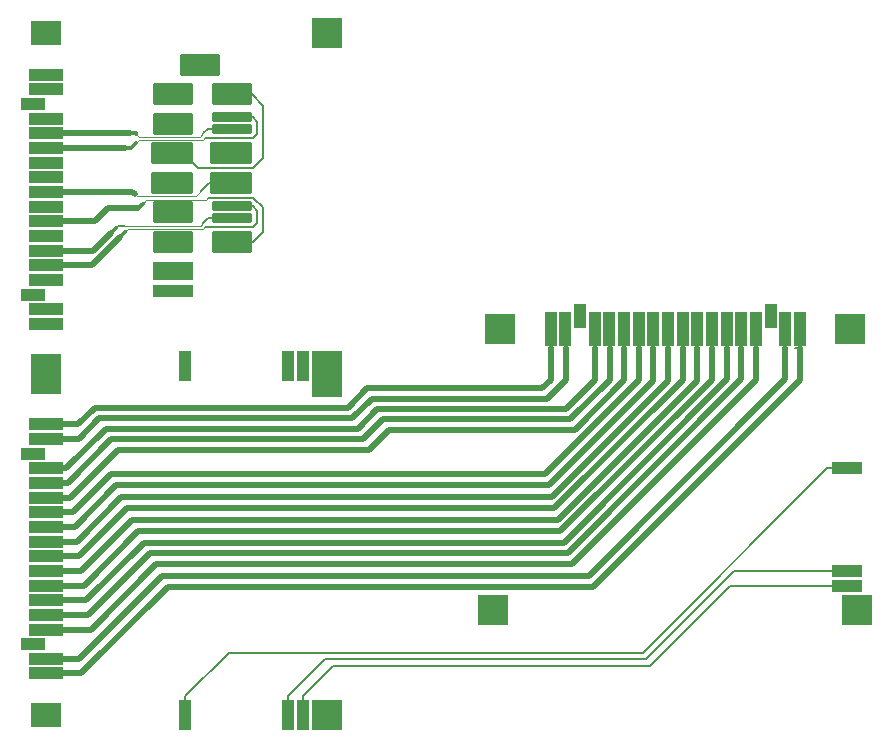
<source format=gbl>
%TF.GenerationSoftware,KiCad,Pcbnew,9.0.3*%
%TF.CreationDate,2026-01-26T00:41:47+02:00*%
%TF.ProjectId,SDCards,53444361-7264-4732-9e6b-696361645f70,rev?*%
%TF.SameCoordinates,Original*%
%TF.FileFunction,Copper,L2,Bot*%
%TF.FilePolarity,Positive*%
%FSLAX46Y46*%
G04 Gerber Fmt 4.6, Leading zero omitted, Abs format (unit mm)*
G04 Created by KiCad (PCBNEW 9.0.3) date 2026-01-26 00:41:47*
%MOMM*%
%LPD*%
G01*
G04 APERTURE LIST*
G04 Aperture macros list*
%AMRoundRect*
0 Rectangle with rounded corners*
0 $1 Rounding radius*
0 $2 $3 $4 $5 $6 $7 $8 $9 X,Y pos of 4 corners*
0 Add a 4 corners polygon primitive as box body*
4,1,4,$2,$3,$4,$5,$6,$7,$8,$9,$2,$3,0*
0 Add four circle primitives for the rounded corners*
1,1,$1+$1,$2,$3*
1,1,$1+$1,$4,$5*
1,1,$1+$1,$6,$7*
1,1,$1+$1,$8,$9*
0 Add four rect primitives between the rounded corners*
20,1,$1+$1,$2,$3,$4,$5,0*
20,1,$1+$1,$4,$5,$6,$7,0*
20,1,$1+$1,$6,$7,$8,$9,0*
20,1,$1+$1,$8,$9,$2,$3,0*%
G04 Aperture macros list end*
%TA.AperFunction,ComponentPad*%
%ADD10R,3.000000X1.000000*%
%TD*%
%TA.AperFunction,ComponentPad*%
%ADD11R,1.000000X2.500000*%
%TD*%
%TA.AperFunction,ComponentPad*%
%ADD12R,2.500000X2.000000*%
%TD*%
%TA.AperFunction,ComponentPad*%
%ADD13R,2.500000X2.500000*%
%TD*%
%TA.AperFunction,ComponentPad*%
%ADD14R,2.000000X1.000000*%
%TD*%
%TA.AperFunction,ComponentPad*%
%ADD15RoundRect,0.128571X1.571429X-0.771429X1.571429X0.771429X-1.571429X0.771429X-1.571429X-0.771429X0*%
%TD*%
%TA.AperFunction,ComponentPad*%
%ADD16RoundRect,0.128571X1.671429X-0.771429X1.671429X0.771429X-1.671429X0.771429X-1.671429X-0.771429X0*%
%TD*%
%TA.AperFunction,ComponentPad*%
%ADD17RoundRect,0.114286X1.585714X-0.685714X1.585714X0.685714X-1.585714X0.685714X-1.585714X-0.685714X0*%
%TD*%
%TA.AperFunction,ComponentPad*%
%ADD18RoundRect,0.071429X1.628571X-0.428571X1.628571X0.428571X-1.628571X0.428571X-1.628571X-0.428571X0*%
%TD*%
%TA.AperFunction,ComponentPad*%
%ADD19RoundRect,0.057143X1.642857X-0.342857X1.642857X0.342857X-1.642857X0.342857X-1.642857X-0.342857X0*%
%TD*%
%TA.AperFunction,SMDPad,CuDef*%
%ADD20R,1.000000X3.000000*%
%TD*%
%TA.AperFunction,SMDPad,CuDef*%
%ADD21R,2.500000X1.000000*%
%TD*%
%TA.AperFunction,SMDPad,CuDef*%
%ADD22R,2.500000X2.500000*%
%TD*%
%TA.AperFunction,SMDPad,CuDef*%
%ADD23R,1.000000X2.000000*%
%TD*%
%TA.AperFunction,Conductor*%
%ADD24C,0.500000*%
%TD*%
%TA.AperFunction,Conductor*%
%ADD25C,0.100000*%
%TD*%
%TA.AperFunction,Conductor*%
%ADD26C,0.200000*%
%TD*%
%TA.AperFunction,Conductor*%
%ADD27C,0.300000*%
%TD*%
G04 APERTURE END LIST*
D10*
%TO.P,J3,1,CD/DAT3*%
%TO.N,Net-(J3-CD{slash}DAT3)*%
X71880000Y-102423529D03*
%TO.P,J3,2,CMD*%
%TO.N,Net-(J3-CMD)*%
X71880000Y-106147059D03*
%TO.P,J3,3,VSS1*%
%TO.N,Net-(J3-VSS1)*%
X71880000Y-107388235D03*
%TO.P,J3,4,VDD*%
%TO.N,Net-(J3-VDD)*%
X71880000Y-109870588D03*
%TO.P,J3,5,CLK*%
%TO.N,Net-(J3-CLK)*%
X71880000Y-112352941D03*
%TO.P,J3,6,VSS2*%
%TO.N,Net-(J3-VSS2)*%
X71880000Y-116076471D03*
%TO.P,J3,7,DAT0*%
%TO.N,Net-(J3-DAT0)*%
X71880000Y-118558824D03*
%TO.P,J3,8,DAT1*%
%TO.N,Net-(J3-DAT1)*%
X71880000Y-119800000D03*
%TO.P,J3,9,DAT2*%
%TO.N,Net-(J3-DAT2)*%
X71880000Y-99941176D03*
%TO.P,J3,11,D0+*%
%TO.N,Net-(J3-D0+)*%
X71880000Y-104905882D03*
%TO.P,J3,12,D0-*%
%TO.N,Net-(J3-D0-)*%
X71880000Y-103664706D03*
%TO.P,J3,13,VSS4*%
%TO.N,Net-(J3-VSS4)*%
X71880000Y-98700000D03*
%TO.P,J3,14,VDD2*%
%TO.N,Net-(J3-VDD2)*%
X71880000Y-108629412D03*
%TO.P,J3,15,D1-*%
%TO.N,Net-(J3-D1-)*%
X71880000Y-114835294D03*
%TO.P,J3,16,D1+*%
%TO.N,Net-(J3-D1+)*%
X71880000Y-113594118D03*
%TO.P,J3,17,Name*%
%TO.N,Net-(J3-Name)*%
X71880000Y-111111765D03*
D11*
%TO.P,J3,CD,CARD_DETECT*%
%TO.N,Net-(J3-CARD_DETECT)*%
X83680000Y-123350000D03*
%TO.P,J3,COM,COMMON*%
%TO.N,Net-(J3-COMMON)*%
X93630000Y-123350000D03*
D12*
%TO.P,J3,SH,SHIELD*%
%TO.N,Net-(J1-SHIELD)*%
X71880000Y-123350000D03*
D13*
X95680000Y-123350000D03*
D14*
X70780000Y-117317647D03*
X70780000Y-101182353D03*
D12*
X71880000Y-95150000D03*
D13*
X95680000Y-95150000D03*
D11*
%TO.P,J3,WP,WRITE_PROTECT*%
%TO.N,Net-(J3-WRITE_PROTECT)*%
X92400000Y-123350000D03*
%TD*%
D15*
%TO.P,J2,1,CD/DAT3*%
%TO.N,Net-(J1-CD{slash}DAT3)*%
X82645000Y-70767473D03*
%TO.P,J2,2,CMD*%
%TO.N,Net-(J1-CMD)*%
X82645000Y-73267473D03*
D16*
%TO.P,J2,3,VSS1*%
%TO.N,Net-(J1-VSS1)*%
X82545000Y-75767473D03*
%TO.P,J2,4,VDD*%
%TO.N,Net-(J1-VDD)*%
X82545000Y-78267473D03*
D15*
%TO.P,J2,5,CLK*%
%TO.N,Net-(J1-CLK)*%
X82645000Y-80767473D03*
%TO.P,J2,6,VSS2*%
%TO.N,Net-(J1-VSS2)*%
X82645000Y-83267473D03*
D17*
%TO.P,J2,7,DAT0*%
%TO.N,Net-(J1-DAT0)*%
X82645000Y-85692473D03*
D18*
%TO.P,J2,8,DAT1*%
%TO.N,Net-(J1-DAT1)*%
X82645000Y-87392473D03*
D15*
%TO.P,J2,9,DAT2*%
%TO.N,Net-(J1-DAT2)*%
X84945000Y-68267473D03*
%TO.P,J2,10,VSS3*%
%TO.N,Net-(J1-VSS1)*%
X87615000Y-70762473D03*
D19*
%TO.P,J2,11,D0+*%
%TO.N,Net-(J1-D0+)*%
X87585000Y-72722473D03*
%TO.P,J2,12,D0-*%
%TO.N,Net-(J1-D0-)*%
X87595000Y-73692473D03*
D16*
%TO.P,J2,13,VSS4*%
%TO.N,Net-(J1-VSS4)*%
X87515000Y-75762473D03*
%TO.P,J2,14,VDD2*%
%TO.N,Net-(J1-VDD2)*%
X87515000Y-78262473D03*
D19*
%TO.P,J2,15,D1-*%
%TO.N,Net-(J1-D1-)*%
X87605000Y-80252473D03*
%TO.P,J2,16,D1+*%
%TO.N,Net-(J1-D1+)*%
X87615000Y-81222473D03*
D15*
%TO.P,J2,17,Name*%
%TO.N,Net-(J1-Name)*%
X87615000Y-83262473D03*
%TD*%
D10*
%TO.P,J1,1,CD/DAT3*%
%TO.N,Net-(J1-CD{slash}DAT3)*%
X71880000Y-72823529D03*
%TO.P,J1,2,CMD*%
%TO.N,Net-(J1-CMD)*%
X71880000Y-76547059D03*
%TO.P,J1,3,VSS1*%
%TO.N,Net-(J1-VSS1)*%
X71880000Y-77788235D03*
%TO.P,J1,4,VDD*%
%TO.N,Net-(J1-VDD)*%
X71880000Y-80270588D03*
%TO.P,J1,5,CLK*%
%TO.N,Net-(J1-CLK)*%
X71880000Y-82752941D03*
%TO.P,J1,6,VSS2*%
%TO.N,Net-(J1-VSS2)*%
X71880000Y-86476471D03*
%TO.P,J1,7,DAT0*%
%TO.N,Net-(J1-DAT0)*%
X71880000Y-88958824D03*
%TO.P,J1,8,DAT1*%
%TO.N,Net-(J1-DAT1)*%
X71880000Y-90200000D03*
%TO.P,J1,9,DAT2*%
%TO.N,Net-(J1-DAT2)*%
X71880000Y-70341176D03*
%TO.P,J1,11,D0+*%
%TO.N,Net-(J1-D0+)*%
X71880000Y-75305882D03*
%TO.P,J1,12,D0-*%
%TO.N,Net-(J1-D0-)*%
X71880000Y-74064706D03*
%TO.P,J1,13,VSS4*%
%TO.N,Net-(J1-VSS4)*%
X71880000Y-69100000D03*
%TO.P,J1,14,VDD2*%
%TO.N,Net-(J1-VDD2)*%
X71880000Y-79029412D03*
%TO.P,J1,15,D1-*%
%TO.N,Net-(J1-D1-)*%
X71880000Y-85235294D03*
%TO.P,J1,16,D1+*%
%TO.N,Net-(J1-D1+)*%
X71880000Y-83994118D03*
%TO.P,J1,17,Name*%
%TO.N,Net-(J1-Name)*%
X71880000Y-81511765D03*
D11*
%TO.P,J1,CD,CARD_DETECT*%
%TO.N,Net-(J1-CARD_DETECT)*%
X83680000Y-93750000D03*
%TO.P,J1,COM,COMMON*%
X93630000Y-93750000D03*
D12*
%TO.P,J1,SH,SHIELD*%
%TO.N,Net-(J1-SHIELD)*%
X71880000Y-93750000D03*
D13*
X95680000Y-93750000D03*
D14*
X70780000Y-87717647D03*
X70780000Y-71582353D03*
D12*
X71880000Y-65550000D03*
D13*
X95680000Y-65550000D03*
D11*
%TO.P,J1,WP,WRITE_PROTECT*%
%TO.N,Net-(J1-CARD_DETECT)*%
X92400000Y-93750000D03*
%TD*%
D20*
%TO.P,J4,1,CD/DAT3*%
%TO.N,Net-(J3-CD{slash}DAT3)*%
X118323529Y-90620000D03*
%TO.P,J4,2,CMD*%
%TO.N,Net-(J3-CMD)*%
X122047059Y-90620000D03*
%TO.P,J4,3,VSS1*%
%TO.N,Net-(J3-VSS1)*%
X123288235Y-90620000D03*
%TO.P,J4,4,VDD*%
%TO.N,Net-(J3-VDD)*%
X125770588Y-90620000D03*
%TO.P,J4,5,CLK*%
%TO.N,Net-(J3-CLK)*%
X128252941Y-90620000D03*
%TO.P,J4,6,VSS2*%
%TO.N,Net-(J3-VSS2)*%
X131976471Y-90620000D03*
%TO.P,J4,7,DAT0*%
%TO.N,Net-(J3-DAT0)*%
X134458824Y-90620000D03*
%TO.P,J4,8,DAT1*%
%TO.N,Net-(J3-DAT1)*%
X135700000Y-90620000D03*
%TO.P,J4,9,DAT2*%
%TO.N,Net-(J3-DAT2)*%
X115841176Y-90620000D03*
%TO.P,J4,11,D0+*%
%TO.N,Net-(J3-D0+)*%
X120805882Y-90620000D03*
%TO.P,J4,12,D0-*%
%TO.N,Net-(J3-D0-)*%
X119564706Y-90620000D03*
%TO.P,J4,13,VSS4*%
%TO.N,Net-(J3-VSS4)*%
X114600000Y-90620000D03*
%TO.P,J4,14,VDD2*%
%TO.N,Net-(J3-VDD2)*%
X124529412Y-90620000D03*
%TO.P,J4,15,D1-*%
%TO.N,Net-(J3-D1-)*%
X130735294Y-90620000D03*
%TO.P,J4,16,D1+*%
%TO.N,Net-(J3-D1+)*%
X129494118Y-90620000D03*
%TO.P,J4,17,Name*%
%TO.N,Net-(J3-Name)*%
X127011765Y-90620000D03*
D21*
%TO.P,J4,CD,CARD_DETECT*%
%TO.N,Net-(J3-CARD_DETECT)*%
X139650000Y-102420000D03*
%TO.P,J4,COM,COMMON*%
%TO.N,Net-(J3-COMMON)*%
X139650000Y-112370000D03*
D22*
%TO.P,J4,SH,SHIELD*%
%TO.N,Net-(J1-SHIELD)*%
X140550000Y-114420000D03*
X139950000Y-90620000D03*
D23*
X133217647Y-89520000D03*
X117082353Y-89520000D03*
D22*
X110350000Y-90620000D03*
X109750000Y-114420000D03*
D21*
%TO.P,J4,WP,WRITE_PROTECT*%
%TO.N,Net-(J3-WRITE_PROTECT)*%
X139650000Y-111140000D03*
%TD*%
D24*
%TO.N,Net-(J1-VDD2)*%
X79189412Y-79029412D02*
X71880000Y-79029412D01*
D25*
X84560000Y-79390000D02*
X85000000Y-78950000D01*
D26*
X85000000Y-78950000D02*
X85687527Y-78262473D01*
D24*
X79370000Y-79210000D02*
X79189412Y-79029412D01*
D25*
X79390000Y-79210000D02*
X79570000Y-79390000D01*
X79570000Y-79390000D02*
X84560000Y-79390000D01*
D26*
X85687527Y-78262473D02*
X87515000Y-78262473D01*
D24*
%TO.N,Net-(J3-DAT2)*%
X76370000Y-98190000D02*
X97820000Y-98190000D01*
X114250000Y-96540000D02*
X115861176Y-94928824D01*
X97820000Y-98190000D02*
X99470000Y-96540000D01*
X74650000Y-99910000D02*
X76370000Y-98190000D01*
X71880000Y-99941176D02*
X71911176Y-99910000D01*
X115861176Y-94928824D02*
X115861176Y-92250000D01*
X71911176Y-99910000D02*
X74650000Y-99910000D01*
X99470000Y-96540000D02*
X114250000Y-96540000D01*
D25*
%TO.N,Net-(J1-D0-)*%
X84920000Y-74340000D02*
X85190000Y-74070000D01*
D27*
X79495000Y-74115000D02*
X79460000Y-74080000D01*
D24*
X71880000Y-74064706D02*
X78955294Y-74064706D01*
D25*
X79495000Y-74115000D02*
X79720000Y-74340000D01*
X79720000Y-74340000D02*
X84920000Y-74340000D01*
D27*
X79460000Y-74080000D02*
X79180000Y-74080000D01*
D26*
X85567527Y-73692473D02*
X87595000Y-73692473D01*
D24*
X78955294Y-74064706D02*
X78960000Y-74060000D01*
D26*
X85190000Y-74070000D02*
X85567527Y-73692473D01*
D24*
%TO.N,Net-(J3-DAT1)*%
X74850000Y-119800000D02*
X82180000Y-112470000D01*
X71880000Y-119800000D02*
X74850000Y-119800000D01*
X118210000Y-112470000D02*
X135720000Y-94960000D01*
X135720000Y-94960000D02*
X135720000Y-92250000D01*
D26*
X135720000Y-92250000D02*
X135279824Y-92250000D01*
D24*
X82180000Y-112470000D02*
X118210000Y-112470000D01*
%TO.N,Net-(J3-CLK)*%
X71880000Y-112352941D02*
X75077059Y-112352941D01*
X128272941Y-94927059D02*
X128272941Y-92250000D01*
X79660000Y-107770000D02*
X115430000Y-107770000D01*
X115430000Y-107770000D02*
X128272941Y-94927059D01*
X75077059Y-112352941D02*
X79660000Y-107770000D01*
%TO.N,Net-(J3-VDD)*%
X125790588Y-94929412D02*
X125790588Y-92250000D01*
X71880000Y-109870588D02*
X74649412Y-109870588D01*
X114910000Y-105810000D02*
X125790588Y-94929412D01*
X78710000Y-105810000D02*
X114910000Y-105810000D01*
X74649412Y-109870588D02*
X78710000Y-105810000D01*
%TO.N,Net-(J3-CD{slash}DAT3)*%
X71880000Y-102423529D02*
X73576471Y-102423529D01*
X73576471Y-102423529D02*
X76920000Y-99080000D01*
X98250000Y-99080000D02*
X99920000Y-97410000D01*
X118343529Y-94936471D02*
X118343529Y-92250000D01*
X76920000Y-99080000D02*
X98250000Y-99080000D01*
X99920000Y-97410000D02*
X115870000Y-97410000D01*
X115870000Y-97410000D02*
X118343529Y-94936471D01*
%TO.N,Net-(J3-DAT0)*%
X117830000Y-111530000D02*
X81670000Y-111530000D01*
X134478824Y-92250000D02*
X134478824Y-94881176D01*
X81670000Y-111530000D02*
X74641176Y-118558824D01*
X134478824Y-94881176D02*
X117830000Y-111530000D01*
X74641176Y-118558824D02*
X71880000Y-118558824D01*
%TO.N,Net-(J3-CMD)*%
X122067059Y-94972941D02*
X122067059Y-92250000D01*
X77390000Y-102900000D02*
X114140000Y-102900000D01*
X71880000Y-106147059D02*
X71897059Y-106130000D01*
X114140000Y-102900000D02*
X122067059Y-94972941D01*
X71897059Y-106130000D02*
X74160000Y-106130000D01*
X74160000Y-106130000D02*
X77390000Y-102900000D01*
%TO.N,Net-(J1-Name)*%
X75988235Y-81511765D02*
X71880000Y-81511765D01*
D25*
X85570000Y-79500000D02*
X85380000Y-79690000D01*
D24*
X79678235Y-80391765D02*
X77108235Y-80391765D01*
D25*
X80380000Y-79690000D02*
X80045500Y-80024500D01*
D24*
X77108235Y-80391765D02*
X75988235Y-81511765D01*
D26*
X90240000Y-80310000D02*
X89430000Y-79500000D01*
X89430000Y-79500000D02*
X85570000Y-79500000D01*
D27*
X80045500Y-80024500D02*
X79678235Y-80391765D01*
D26*
X87615000Y-83262473D02*
X89437527Y-83262473D01*
D25*
X85380000Y-79690000D02*
X80380000Y-79690000D01*
D26*
X89437527Y-83262473D02*
X90240000Y-82460000D01*
X90240000Y-82460000D02*
X90240000Y-80310000D01*
%TO.N,Net-(J1-VSS1)*%
X84710000Y-77020000D02*
X89410000Y-77020000D01*
X89315000Y-70762473D02*
X87615000Y-70762473D01*
X82545000Y-75767473D02*
X83457473Y-75767473D01*
X83457473Y-75767473D02*
X84710000Y-77020000D01*
X89410000Y-77020000D02*
X90270000Y-76160000D01*
X90270000Y-71717473D02*
X89315000Y-70762473D01*
X90270000Y-76160000D02*
X90270000Y-71717473D01*
%TO.N,Net-(J1-D0+)*%
X85304671Y-74470000D02*
X89400000Y-74470000D01*
X89770000Y-73080000D02*
X89412473Y-72722473D01*
D24*
X78550000Y-75300000D02*
X77580000Y-75300000D01*
D25*
X85133671Y-74641000D02*
X85304671Y-74470000D01*
D26*
X89770000Y-74100000D02*
X89770000Y-73080000D01*
D27*
X79480000Y-74880000D02*
X79060000Y-75300000D01*
D26*
X89412473Y-72722473D02*
X87585000Y-72722473D01*
D27*
X77580000Y-75300000D02*
X77574118Y-75305882D01*
D25*
X79719000Y-74641000D02*
X85133671Y-74641000D01*
D26*
X89400000Y-74470000D02*
X89770000Y-74100000D01*
D27*
X79060000Y-75300000D02*
X78620000Y-75300000D01*
D25*
X79480000Y-74880000D02*
X79719000Y-74641000D01*
D24*
X77574118Y-75305882D02*
X71880000Y-75305882D01*
D27*
%TO.N,Net-(J1-D1+)*%
X77770000Y-82100000D02*
X77395000Y-82475000D01*
D26*
X78520000Y-81870000D02*
X78000000Y-81870000D01*
D24*
X75875882Y-83994118D02*
X71880000Y-83994118D01*
D25*
X84960000Y-81870000D02*
X85110000Y-81720000D01*
D26*
X85130000Y-81700000D02*
X85607527Y-81222473D01*
D25*
X78000000Y-81870000D02*
X84960000Y-81870000D01*
D24*
X77395000Y-82475000D02*
X75875882Y-83994118D01*
D26*
X78000000Y-81870000D02*
X77770000Y-82100000D01*
X85607527Y-81222473D02*
X87615000Y-81222473D01*
D24*
%TO.N,Net-(J1-D1-)*%
X78166100Y-82843900D02*
X75774706Y-85235294D01*
D26*
X89770000Y-80650000D02*
X89372473Y-80252473D01*
D25*
X78839000Y-82171000D02*
X85159000Y-82171000D01*
D26*
X85350000Y-81980000D02*
X89420000Y-81980000D01*
D25*
X78730000Y-82280000D02*
X78839000Y-82171000D01*
D26*
X89372473Y-80252473D02*
X87605000Y-80252473D01*
X89420000Y-81980000D02*
X89770000Y-81630000D01*
D24*
X75774706Y-85235294D02*
X71880000Y-85235294D01*
D25*
X85159000Y-82171000D02*
X85350000Y-81980000D01*
D26*
X71880000Y-85235294D02*
X71884706Y-85240000D01*
X89770000Y-81630000D02*
X89770000Y-80650000D01*
D27*
X78166100Y-82843900D02*
X78580000Y-82430000D01*
D26*
X78580000Y-82430000D02*
X78730000Y-82280000D01*
D24*
%TO.N,Net-(J3-VSS2)*%
X81200000Y-110550000D02*
X116390000Y-110550000D01*
X75673529Y-116076471D02*
X81200000Y-110550000D01*
X71880000Y-116076471D02*
X75673529Y-116076471D01*
X131996471Y-94943529D02*
X131996471Y-92250000D01*
X116390000Y-110550000D02*
X131996471Y-94943529D01*
%TO.N,Net-(J3-VSS4)*%
X74610000Y-98700000D02*
X71880000Y-98700000D01*
X114620000Y-94910000D02*
X113910000Y-95620000D01*
X97410000Y-97290000D02*
X76020000Y-97290000D01*
X76020000Y-97290000D02*
X74610000Y-98700000D01*
X114620000Y-92250000D02*
X114620000Y-94910000D01*
X113910000Y-95620000D02*
X99080000Y-95620000D01*
X99080000Y-95620000D02*
X97410000Y-97290000D01*
%TO.N,Net-(J3-Name)*%
X127031765Y-94998235D02*
X127031765Y-92250000D01*
X79190000Y-106790000D02*
X115240000Y-106790000D01*
X74868235Y-111111765D02*
X79190000Y-106790000D01*
X115240000Y-106790000D02*
X127031765Y-94998235D01*
X71880000Y-111111765D02*
X74868235Y-111111765D01*
%TO.N,Net-(J3-VSS1)*%
X114450000Y-103880000D02*
X123308235Y-95021765D01*
X74321765Y-107388235D02*
X77830000Y-103880000D01*
X77830000Y-103880000D02*
X114450000Y-103880000D01*
X71880000Y-107388235D02*
X74321765Y-107388235D01*
X123308235Y-95021765D02*
X123308235Y-92250000D01*
%TO.N,Net-(J3-D0+)*%
X100895000Y-99145000D02*
X116635000Y-99145000D01*
X120825882Y-94954118D02*
X120825882Y-92250000D01*
X71880000Y-104905882D02*
X73934118Y-104905882D01*
X116635000Y-99145000D02*
X120825882Y-94954118D01*
X99180000Y-100860000D02*
X100895000Y-99145000D01*
X77980000Y-100860000D02*
X99180000Y-100860000D01*
X73934118Y-104905882D02*
X77980000Y-100860000D01*
%TO.N,Net-(J3-D1-)*%
X116040000Y-109620000D02*
X130755294Y-94904706D01*
X130755294Y-94904706D02*
X130755294Y-92250000D01*
X80650000Y-109620000D02*
X116040000Y-109620000D01*
X75434706Y-114835294D02*
X80650000Y-109620000D01*
X71880000Y-114835294D02*
X75434706Y-114835294D01*
%TO.N,Net-(J3-D0-)*%
X77410000Y-99970000D02*
X98720000Y-99970000D01*
X116260000Y-98270000D02*
X119584706Y-94945294D01*
X100420000Y-98270000D02*
X116260000Y-98270000D01*
X73710000Y-103670000D02*
X77410000Y-99970000D01*
X119584706Y-94945294D02*
X119584706Y-92250000D01*
X98720000Y-99970000D02*
X100420000Y-98270000D01*
X71885294Y-103670000D02*
X73710000Y-103670000D01*
%TO.N,Net-(J3-VDD2)*%
X74470588Y-108629412D02*
X78250000Y-104850000D01*
X78250000Y-104850000D02*
X114700000Y-104850000D01*
X114700000Y-104850000D02*
X124549412Y-95000588D01*
X71880000Y-108629412D02*
X74470588Y-108629412D01*
X124549412Y-95000588D02*
X124549412Y-92250000D01*
%TO.N,Net-(J3-D1+)*%
X115710000Y-108710000D02*
X129514118Y-94905882D01*
X71880000Y-113594118D02*
X75255882Y-113594118D01*
X80140000Y-108710000D02*
X115710000Y-108710000D01*
X75255882Y-113594118D02*
X80140000Y-108710000D01*
X129514118Y-94905882D02*
X129514118Y-92250000D01*
D26*
%TO.N,Net-(J3-WRITE_PROTECT)*%
X122670000Y-118590000D02*
X130120000Y-111140000D01*
X92400000Y-123350000D02*
X92400000Y-121680000D01*
X95490000Y-118590000D02*
X122670000Y-118590000D01*
X130120000Y-111140000D02*
X139650000Y-111140000D01*
X92400000Y-121680000D02*
X95490000Y-118590000D01*
%TO.N,Net-(J3-COMMON)*%
X96170000Y-119140000D02*
X122980000Y-119140000D01*
X129750000Y-112370000D02*
X139650000Y-112370000D01*
X122980000Y-119140000D02*
X129750000Y-112370000D01*
X93630000Y-123350000D02*
X93630000Y-121680000D01*
X93630000Y-121680000D02*
X96170000Y-119140000D01*
%TO.N,Net-(J3-CARD_DETECT)*%
X87340000Y-118040000D02*
X122420000Y-118040000D01*
X122420000Y-118040000D02*
X138040000Y-102420000D01*
X83680000Y-121700000D02*
X87340000Y-118040000D01*
X83680000Y-123350000D02*
X83680000Y-121700000D01*
X138040000Y-102420000D02*
X139650000Y-102420000D01*
%TD*%
M02*

</source>
